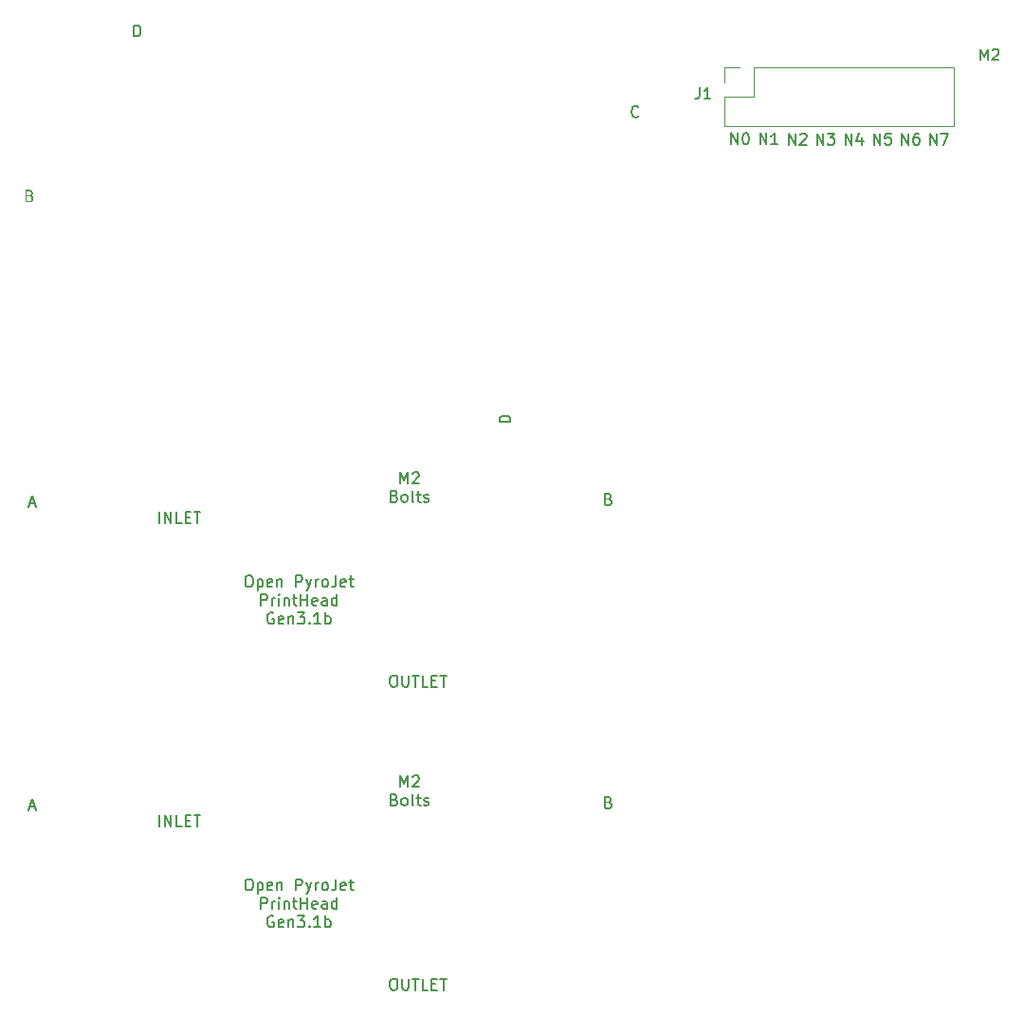
<source format=gto>
%MOIN*%
%OFA0B0*%
%FSLAX46Y46*%
%IPPOS*%
%LPD*%
%ADD10C,0.005905511811023622*%
%ADD11C,0.0047244094488188976*%
%ADD22C,0.005905511811023622*%
%ADD23C,0.005905511811023622*%
%ADD24C,0.005905511811023622*%
%ADD25C,0.005905511811023622*%
G01*
D10*
X0003210318Y0003159985D02*
X0003210318Y0003199355D01*
X0003232815Y0003159985D01*
X0003232815Y0003199355D01*
X0003247813Y0003199355D02*
X0003274060Y0003199355D01*
X0003257187Y0003159985D01*
X0003111318Y0003159985D02*
X0003111318Y0003199355D01*
X0003133815Y0003159985D01*
X0003133815Y0003199355D01*
X0003169436Y0003199355D02*
X0003161937Y0003199355D01*
X0003158187Y0003197480D01*
X0003156313Y0003195605D01*
X0003152563Y0003189981D01*
X0003150688Y0003182482D01*
X0003150688Y0003167484D01*
X0003152563Y0003163734D01*
X0003154438Y0003161859D01*
X0003158187Y0003159985D01*
X0003165686Y0003159985D01*
X0003169436Y0003161859D01*
X0003171311Y0003163734D01*
X0003173185Y0003167484D01*
X0003173185Y0003176857D01*
X0003171311Y0003180607D01*
X0003169436Y0003182482D01*
X0003165686Y0003184356D01*
X0003158187Y0003184356D01*
X0003154438Y0003182482D01*
X0003152563Y0003180607D01*
X0003150688Y0003176857D01*
X0003012318Y0003159985D02*
X0003012318Y0003199355D01*
X0003034815Y0003159985D01*
X0003034815Y0003199355D01*
X0003072311Y0003199355D02*
X0003053563Y0003199355D01*
X0003051688Y0003180607D01*
X0003053563Y0003182482D01*
X0003057313Y0003184356D01*
X0003066686Y0003184356D01*
X0003070436Y0003182482D01*
X0003072311Y0003180607D01*
X0003074185Y0003176857D01*
X0003074185Y0003167484D01*
X0003072311Y0003163734D01*
X0003070436Y0003161859D01*
X0003066686Y0003159985D01*
X0003057313Y0003159985D01*
X0003053563Y0003161859D01*
X0003051688Y0003163734D01*
X0002912318Y0003158985D02*
X0002912318Y0003198355D01*
X0002934815Y0003158985D01*
X0002934815Y0003198355D01*
X0002970436Y0003185231D02*
X0002970436Y0003158985D01*
X0002961062Y0003200229D02*
X0002951688Y0003172108D01*
X0002976060Y0003172108D01*
X0002812318Y0003159985D02*
X0002812318Y0003199355D01*
X0002834815Y0003159985D01*
X0002834815Y0003199355D01*
X0002849814Y0003199355D02*
X0002874185Y0003199355D01*
X0002861062Y0003184356D01*
X0002866686Y0003184356D01*
X0002870436Y0003182482D01*
X0002872311Y0003180607D01*
X0002874185Y0003176857D01*
X0002874185Y0003167484D01*
X0002872311Y0003163734D01*
X0002870436Y0003161859D01*
X0002866686Y0003159985D01*
X0002855438Y0003159985D01*
X0002851688Y0003161859D01*
X0002849814Y0003163734D01*
X0002714318Y0003159985D02*
X0002714318Y0003199355D01*
X0002736815Y0003159985D01*
X0002736815Y0003199355D01*
X0002753688Y0003195605D02*
X0002755563Y0003197480D01*
X0002759313Y0003199355D01*
X0002768686Y0003199355D01*
X0002772436Y0003197480D01*
X0002774311Y0003195605D01*
X0002776185Y0003191856D01*
X0002776185Y0003188106D01*
X0002774311Y0003182482D01*
X0002751814Y0003159985D01*
X0002776185Y0003159985D01*
X0002612318Y0003160985D02*
X0002612318Y0003200355D01*
X0002634815Y0003160985D01*
X0002634815Y0003200355D01*
X0002674185Y0003160985D02*
X0002651688Y0003160985D01*
X0002662937Y0003160985D02*
X0002662937Y0003200355D01*
X0002659187Y0003194730D01*
X0002655438Y0003190981D01*
X0002651688Y0003189106D01*
X0003386443Y0003456985D02*
X0003386443Y0003496355D01*
X0003399567Y0003468233D01*
X0003412690Y0003496355D01*
X0003412690Y0003456985D01*
X0003429563Y0003492605D02*
X0003431438Y0003494480D01*
X0003435187Y0003496355D01*
X0003444561Y0003496355D01*
X0003448311Y0003494480D01*
X0003450185Y0003492605D01*
X0003452060Y0003488855D01*
X0003452060Y0003485106D01*
X0003450185Y0003479482D01*
X0003427688Y0003456985D01*
X0003452060Y0003456985D01*
X0002511318Y0003160985D02*
X0002511318Y0003200355D01*
X0002533815Y0003160985D01*
X0002533815Y0003200355D01*
X0002560062Y0003200355D02*
X0002563812Y0003200355D01*
X0002567561Y0003198480D01*
X0002569436Y0003196605D01*
X0002571311Y0003192856D01*
X0002573185Y0003185356D01*
X0002573185Y0003175983D01*
X0002571311Y0003168484D01*
X0002569436Y0003164734D01*
X0002567561Y0003162859D01*
X0002563812Y0003160985D01*
X0002560062Y0003160985D01*
X0002556313Y0003162859D01*
X0002554438Y0003164734D01*
X0002552563Y0003168484D01*
X0002550688Y0003175983D01*
X0002550688Y0003185356D01*
X0002552563Y0003192856D01*
X0002554438Y0003196605D01*
X0002556313Y0003198480D01*
X0002560062Y0003200355D01*
X0002185500Y0003260234D02*
X0002183626Y0003258359D01*
X0002178001Y0003256485D01*
X0002174252Y0003256485D01*
X0002168628Y0003258359D01*
X0002164878Y0003262109D01*
X0002163003Y0003265858D01*
X0002161128Y0003273357D01*
X0002161128Y0003278982D01*
X0002163003Y0003286481D01*
X0002164878Y0003290230D01*
X0002168628Y0003293980D01*
X0002174252Y0003295855D01*
X0002178001Y0003295855D01*
X0002183626Y0003293980D01*
X0002185500Y0003292105D01*
D11*
X0002487952Y0003377795D02*
X0002487952Y0003430157D01*
X0002487952Y0003430157D02*
X0002540314Y0003430157D01*
X0002487952Y0003327795D02*
X0002590314Y0003327795D01*
X0002590314Y0003327795D02*
X0002590314Y0003430157D01*
X0002590314Y0003430157D02*
X0003292677Y0003430157D01*
X0003292677Y0003225433D02*
X0003292677Y0003430157D01*
X0002487952Y0003225433D02*
X0003292677Y0003225433D01*
X0002487952Y0003225433D02*
X0002487952Y0003327795D01*
D10*
X0002399191Y0003360355D02*
X0002399191Y0003332233D01*
X0002397316Y0003326609D01*
X0002393567Y0003322859D01*
X0002387942Y0003320985D01*
X0002384193Y0003320985D01*
X0002438561Y0003320985D02*
X0002416064Y0003320985D01*
X0002427313Y0003320985D02*
X0002427313Y0003360355D01*
X0002423563Y0003354730D01*
X0002419813Y0003350981D01*
X0002416064Y0003349106D01*
G04 next file*
G36*
X0002086300Y0000841700D02*
G01*
X0002087200Y0000841900D01*
X0002088000Y0000842300D01*
X0002088699Y0000843000D01*
X0002089100Y0000843800D01*
X0002089200Y0000844700D01*
X0002089100Y0000845600D01*
X0002088699Y0000846400D01*
X0002088000Y0000847100D01*
X0002087200Y0000847500D01*
X0002081600Y0000849400D01*
X0002080700Y0000849500D01*
X0002079699Y0000849400D01*
X0002078900Y0000849000D01*
X0002078300Y0000848300D01*
X0002077900Y0000847500D01*
X0002077700Y0000846600D01*
X0002077900Y0000845700D01*
X0002078300Y0000844800D01*
X0002078900Y0000844200D01*
X0002079699Y0000843800D01*
X0002085400Y0000841900D01*
X0002086300Y0000841700D01*
G37*
G36*
X0002088200Y0000839900D02*
G01*
X0002089100Y0000840000D01*
X0002089900Y0000840400D01*
X0002090500Y0000841100D01*
X0002091000Y0000841900D01*
X0002091100Y0000842800D01*
X0002091000Y0000843700D01*
X0002090500Y0000844500D01*
X0002088699Y0000846400D01*
X0002088000Y0000847100D01*
X0002087200Y0000847500D01*
X0002086300Y0000847600D01*
X0002085400Y0000847500D01*
X0002084600Y0000847100D01*
X0002083899Y0000846400D01*
X0002083500Y0000845600D01*
X0002083300Y0000844700D01*
X0002083500Y0000843800D01*
X0002083899Y0000843000D01*
X0002086399Y0000840400D01*
X0002087200Y0000840000D01*
X0002088200Y0000839900D01*
G37*
G36*
X0002089999Y0000836100D02*
G01*
X0002090900Y0000836300D01*
X0002091800Y0000836700D01*
X0002092400Y0000837300D01*
X0002092800Y0000838199D01*
X0002093000Y0000839100D01*
X0002092800Y0000840000D01*
X0002091000Y0000843700D01*
X0002090500Y0000844500D01*
X0002089900Y0000845200D01*
X0002089100Y0000845600D01*
X0002088200Y0000845800D01*
X0002087200Y0000845600D01*
X0002086399Y0000845200D01*
X0002085799Y0000844500D01*
X0002085400Y0000843700D01*
X0002085200Y0000842800D01*
X0002085400Y0000841900D01*
X0002087200Y0000838199D01*
X0002087600Y0000837300D01*
X0002088299Y0000836700D01*
X0002089100Y0000836300D01*
X0002089999Y0000836100D01*
G37*
G36*
X0002089999Y0000830500D02*
G01*
X0002090900Y0000830600D01*
X0002091800Y0000831100D01*
X0002092400Y0000831700D01*
X0002092800Y0000832500D01*
X0002093000Y0000833400D01*
X0002093000Y0000839100D01*
X0002092800Y0000840000D01*
X0002092400Y0000840800D01*
X0002091800Y0000841500D01*
X0002090900Y0000841900D01*
X0002089999Y0000842000D01*
X0002089100Y0000841900D01*
X0002088299Y0000841500D01*
X0002087600Y0000840800D01*
X0002087200Y0000840000D01*
X0002087100Y0000839100D01*
X0002087100Y0000833400D01*
X0002087200Y0000832500D01*
X0002087600Y0000831700D01*
X0002088299Y0000831100D01*
X0002089100Y0000830600D01*
X0002089999Y0000830500D01*
G37*
G36*
X0002088200Y0000826700D02*
G01*
X0002089100Y0000826900D01*
X0002089900Y0000827300D01*
X0002090500Y0000828000D01*
X0002091000Y0000828800D01*
X0002092800Y0000832500D01*
X0002092800Y0000832500D01*
X0002093000Y0000833400D01*
X0002092800Y0000834400D01*
X0002092400Y0000835200D01*
X0002091800Y0000835800D01*
X0002090900Y0000836200D01*
X0002089999Y0000836400D01*
X0002089100Y0000836200D01*
X0002088299Y0000835800D01*
X0002087600Y0000835200D01*
X0002087200Y0000834400D01*
X0002085400Y0000830600D01*
X0002085200Y0000829700D01*
X0002085400Y0000828800D01*
X0002085799Y0000828000D01*
X0002086399Y0000827300D01*
X0002087200Y0000826900D01*
X0002088200Y0000826700D01*
G37*
G36*
X0002086300Y0000824900D02*
G01*
X0002087200Y0000825000D01*
X0002088000Y0000825400D01*
X0002088699Y0000826099D01*
X0002090500Y0000828000D01*
X0002091000Y0000828800D01*
X0002091100Y0000829700D01*
X0002091000Y0000830600D01*
X0002090500Y0000831400D01*
X0002089900Y0000832099D01*
X0002089100Y0000832500D01*
X0002088200Y0000832600D01*
X0002087200Y0000832500D01*
X0002086399Y0000832099D01*
X0002085799Y0000831400D01*
X0002083899Y0000829600D01*
X0002083500Y0000828700D01*
X0002083300Y0000827800D01*
X0002083500Y0000826900D01*
X0002083899Y0000826099D01*
X0002084600Y0000825400D01*
X0002085400Y0000825000D01*
X0002086300Y0000824900D01*
G37*
G36*
X0002082500Y0000822999D02*
G01*
X0002083400Y0000823100D01*
X0002087200Y0000825000D01*
X0002088000Y0000825400D01*
X0002088699Y0000826099D01*
X0002089100Y0000826900D01*
X0002089200Y0000827800D01*
X0002089100Y0000828700D01*
X0002088699Y0000829600D01*
X0002088000Y0000830200D01*
X0002087200Y0000830600D01*
X0002086300Y0000830800D01*
X0002085400Y0000830600D01*
X0002081600Y0000828700D01*
X0002080800Y0000828300D01*
X0002080099Y0000827700D01*
X0002079699Y0000826900D01*
X0002079600Y0000825900D01*
X0002079699Y0000825000D01*
X0002080099Y0000824200D01*
X0002080800Y0000823600D01*
X0002081600Y0000823100D01*
X0002082500Y0000822999D01*
G37*
G36*
X0002082500Y0000822999D02*
G01*
X0002083400Y0000823100D01*
X0002084299Y0000823600D01*
X0002084900Y0000824200D01*
X0002085300Y0000825000D01*
X0002085500Y0000825900D01*
X0002085300Y0000826900D01*
X0002084900Y0000827700D01*
X0002084299Y0000828300D01*
X0002083400Y0000828700D01*
X0002082500Y0000828900D01*
X0002067500Y0000828900D01*
X0002066600Y0000828700D01*
X0002065799Y0000828300D01*
X0002065100Y0000827700D01*
X0002064700Y0000826900D01*
X0002064600Y0000825900D01*
X0002064700Y0000825000D01*
X0002065100Y0000824200D01*
X0002065799Y0000823600D01*
X0002066600Y0000823100D01*
X0002067500Y0000822999D01*
X0002082500Y0000822999D01*
G37*
G36*
X0002067500Y0000822999D02*
G01*
X0002068499Y0000823100D01*
X0002069300Y0000823600D01*
X0002069900Y0000824200D01*
X0002070300Y0000825000D01*
X0002070500Y0000825900D01*
X0002070500Y0000865300D01*
X0002070300Y0000866200D01*
X0002069900Y0000867000D01*
X0002069300Y0000867700D01*
X0002068499Y0000868100D01*
X0002067500Y0000868300D01*
X0002066600Y0000868100D01*
X0002065799Y0000867700D01*
X0002065100Y0000867000D01*
X0002064700Y0000866200D01*
X0002064600Y0000865300D01*
X0002064600Y0000825900D01*
X0002064700Y0000825000D01*
X0002065100Y0000824200D01*
X0002065799Y0000823600D01*
X0002066600Y0000823100D01*
X0002067500Y0000822999D01*
G37*
G36*
X0002080700Y0000862400D02*
G01*
X0002081600Y0000862500D01*
X0002082399Y0000862900D01*
X0002083100Y0000863600D01*
X0002083500Y0000864400D01*
X0002083600Y0000865300D01*
X0002083500Y0000866200D01*
X0002083100Y0000867000D01*
X0002082399Y0000867700D01*
X0002081600Y0000868100D01*
X0002080700Y0000868300D01*
X0002067500Y0000868300D01*
X0002066600Y0000868100D01*
X0002065799Y0000867700D01*
X0002065100Y0000867000D01*
X0002064700Y0000866200D01*
X0002064600Y0000865300D01*
X0002064700Y0000864400D01*
X0002065100Y0000863600D01*
X0002065799Y0000862900D01*
X0002066600Y0000862500D01*
X0002067500Y0000862400D01*
X0002080700Y0000862400D01*
G37*
G36*
X0002084400Y0000860500D02*
G01*
X0002085300Y0000860600D01*
X0002086100Y0000861000D01*
X0002086800Y0000861700D01*
X0002087200Y0000862500D01*
X0002087400Y0000863400D01*
X0002087200Y0000864300D01*
X0002086800Y0000865200D01*
X0002086100Y0000865800D01*
X0002085300Y0000866200D01*
X0002081600Y0000868100D01*
X0002080700Y0000868300D01*
X0002079699Y0000868100D01*
X0002078900Y0000867700D01*
X0002078300Y0000867000D01*
X0002077900Y0000866200D01*
X0002077700Y0000865300D01*
X0002077900Y0000864400D01*
X0002078300Y0000863600D01*
X0002078900Y0000862900D01*
X0002079699Y0000862500D01*
X0002083500Y0000860600D01*
X0002084400Y0000860500D01*
G37*
G36*
X0002086300Y0000858600D02*
G01*
X0002087200Y0000858800D01*
X0002088000Y0000859200D01*
X0002088699Y0000859800D01*
X0002089100Y0000860600D01*
X0002089200Y0000861600D01*
X0002089100Y0000862500D01*
X0002088699Y0000863300D01*
X0002088000Y0000863900D01*
X0002086800Y0000865200D01*
X0002086800Y0000865200D01*
X0002086100Y0000865800D01*
X0002085300Y0000866200D01*
X0002084400Y0000866400D01*
X0002083500Y0000866200D01*
X0002082700Y0000865800D01*
X0002081999Y0000865200D01*
X0002081600Y0000864300D01*
X0002081500Y0000863400D01*
X0002081600Y0000862500D01*
X0002081999Y0000861700D01*
X0002082700Y0000861000D01*
X0002083899Y0000859800D01*
X0002083899Y0000859800D01*
X0002084600Y0000859200D01*
X0002085400Y0000858800D01*
X0002086300Y0000858600D01*
G37*
G36*
X0002088200Y0000854900D02*
G01*
X0002089100Y0000855000D01*
X0002089900Y0000855400D01*
X0002090500Y0000856100D01*
X0002091000Y0000856900D01*
X0002091100Y0000857800D01*
X0002091000Y0000858700D01*
X0002089100Y0000862500D01*
X0002088699Y0000863300D01*
X0002088000Y0000863900D01*
X0002087200Y0000864400D01*
X0002086300Y0000864500D01*
X0002085400Y0000864400D01*
X0002084600Y0000863900D01*
X0002083899Y0000863300D01*
X0002083500Y0000862500D01*
X0002083300Y0000861600D01*
X0002083500Y0000860600D01*
X0002083500Y0000860600D01*
X0002085400Y0000856900D01*
X0002085799Y0000856100D01*
X0002086399Y0000855400D01*
X0002087200Y0000855000D01*
X0002088200Y0000854900D01*
G37*
G36*
X0002088200Y0000851100D02*
G01*
X0002089100Y0000851300D01*
X0002089900Y0000851700D01*
X0002090500Y0000852300D01*
X0002091000Y0000853100D01*
X0002091100Y0000854100D01*
X0002091100Y0000857800D01*
X0002091000Y0000858700D01*
X0002090500Y0000859500D01*
X0002089900Y0000860200D01*
X0002089100Y0000860600D01*
X0002088200Y0000860800D01*
X0002087200Y0000860600D01*
X0002086399Y0000860200D01*
X0002085799Y0000859500D01*
X0002085400Y0000858700D01*
X0002085200Y0000857800D01*
X0002085200Y0000854100D01*
X0002085400Y0000853100D01*
X0002085799Y0000852300D01*
X0002086399Y0000851700D01*
X0002087200Y0000851300D01*
X0002088200Y0000851100D01*
G37*
G36*
X0002086300Y0000847400D02*
G01*
X0002087200Y0000847500D01*
X0002088000Y0000847900D01*
X0002088699Y0000848600D01*
X0002089100Y0000849400D01*
X0002091000Y0000853100D01*
X0002091000Y0000853100D01*
X0002091100Y0000854100D01*
X0002091000Y0000855000D01*
X0002090500Y0000855800D01*
X0002089900Y0000856500D01*
X0002089100Y0000856900D01*
X0002088200Y0000857000D01*
X0002087200Y0000856900D01*
X0002086399Y0000856500D01*
X0002085799Y0000855800D01*
X0002085400Y0000855000D01*
X0002083500Y0000851200D01*
X0002083300Y0000850300D01*
X0002083500Y0000849400D01*
X0002083899Y0000848600D01*
X0002084600Y0000847900D01*
X0002085400Y0000847500D01*
X0002086300Y0000847400D01*
G37*
G36*
X0002084400Y0000845500D02*
G01*
X0002085300Y0000845600D01*
X0002086100Y0000846000D01*
X0002086800Y0000846700D01*
X0002088699Y0000848600D01*
X0002089100Y0000849400D01*
X0002089200Y0000850300D01*
X0002089100Y0000851200D01*
X0002088699Y0000852000D01*
X0002088000Y0000852700D01*
X0002087200Y0000853100D01*
X0002086300Y0000853300D01*
X0002085400Y0000853100D01*
X0002084600Y0000852700D01*
X0002083899Y0000852000D01*
X0002081999Y0000850200D01*
X0002081600Y0000849300D01*
X0002081500Y0000848400D01*
X0002081600Y0000847500D01*
X0002081999Y0000846700D01*
X0002082700Y0000846000D01*
X0002083500Y0000845600D01*
X0002084400Y0000845500D01*
G37*
G36*
X0002080700Y0000843600D02*
G01*
X0002081600Y0000843800D01*
X0002085300Y0000845600D01*
X0002086100Y0000846000D01*
X0002086800Y0000846700D01*
X0002087200Y0000847500D01*
X0002087400Y0000848400D01*
X0002087200Y0000849300D01*
X0002086800Y0000850200D01*
X0002086100Y0000850800D01*
X0002085300Y0000851200D01*
X0002084400Y0000851400D01*
X0002083500Y0000851200D01*
X0002079699Y0000849400D01*
X0002078900Y0000849000D01*
X0002078300Y0000848300D01*
X0002077900Y0000847500D01*
X0002077700Y0000846600D01*
X0002077900Y0000845700D01*
X0002078300Y0000844800D01*
X0002078900Y0000844200D01*
X0002079699Y0000843800D01*
X0002080700Y0000843600D01*
G37*
G36*
X0002080700Y0000843600D02*
G01*
X0002081600Y0000843800D01*
X0002082399Y0000844200D01*
X0002083100Y0000844800D01*
X0002083500Y0000845700D01*
X0002083600Y0000846600D01*
X0002083500Y0000847500D01*
X0002083100Y0000848300D01*
X0002082399Y0000849000D01*
X0002081600Y0000849400D01*
X0002080700Y0000849500D01*
X0002067500Y0000849500D01*
X0002066600Y0000849400D01*
X0002065799Y0000849000D01*
X0002065100Y0000848300D01*
X0002064700Y0000847500D01*
X0002064600Y0000846600D01*
X0002064700Y0000845700D01*
X0002065100Y0000844800D01*
X0002065799Y0000844200D01*
X0002066600Y0000843800D01*
X0002067500Y0000843600D01*
X0002080700Y0000843600D01*
G37*
G04 next file*
G04 #@! TF.GenerationSoftware,KiCad,Pcbnew,(5.1.12)-1*
G04 #@! TF.CreationDate,2022-03-29T21:33:58+08:00*
G04 #@! TF.ProjectId,Nozzle,4e6f7a7a-6c65-42e6-9b69-6361645f7063,Gen3.1b*
G04 #@! TF.SameCoordinates,Original*
G04 #@! TF.FileFunction,Legend,Top*
G04 #@! TF.FilePolarity,Positive*
G04 Gerber Fmt 4.6, Leading zero omitted, Abs format (unit mm)*
G04 Created by KiCad (PCBNEW (5.1.12)-1) date 2022-03-29 21:33:58*
G01*
G04 APERTURE LIST*
G04 APERTURE END LIST*
D22*
X0000412129Y0003540599D02*
X0000412129Y0003579969D01*
X0000421503Y0003579969D01*
X0000427127Y0003578094D01*
X0000430877Y0003574344D01*
X0000432752Y0003570595D01*
X0000434626Y0003563096D01*
X0000434626Y0003557472D01*
X0000432752Y0003549973D01*
X0000430877Y0003546223D01*
X0000427127Y0003542473D01*
X0000421503Y0003540599D01*
X0000412129Y0003540599D01*
G04 next file*
G04 #@! TF.GenerationSoftware,KiCad,Pcbnew,(5.1.12)-1*
G04 #@! TF.CreationDate,2022-04-03T11:03:18+08:00*
G04 #@! TF.ProjectId,Nozzle,4e6f7a7a-6c65-42e6-9b69-6361645f7063,Gen3.1b*
G04 #@! TF.SameCoordinates,Original*
G04 #@! TF.FileFunction,Legend,Top*
G04 #@! TF.FilePolarity,Positive*
G04 Gerber Fmt 4.6, Leading zero omitted, Abs format (unit mm)*
G04 Created by KiCad (PCBNEW (5.1.12)-1) date 2022-04-03 11:03:18*
G01*
G04 APERTURE LIST*
G04 APERTURE END LIST*
D23*
X0000043778Y0000830627D02*
X0000062526Y0000830627D01*
X0000040029Y0000819379D02*
X0000053152Y0000858749D01*
X0000066275Y0000819379D01*
X0000812112Y0000576709D02*
X0000819611Y0000576709D01*
X0000823361Y0000574835D01*
X0000827110Y0000571085D01*
X0000828985Y0000563586D01*
X0000828985Y0000550463D01*
X0000827110Y0000542964D01*
X0000823361Y0000539214D01*
X0000819611Y0000537339D01*
X0000812112Y0000537339D01*
X0000808362Y0000539214D01*
X0000804613Y0000542964D01*
X0000802738Y0000550463D01*
X0000802738Y0000563586D01*
X0000804613Y0000571085D01*
X0000808362Y0000574835D01*
X0000812112Y0000576709D01*
X0000845858Y0000563586D02*
X0000845858Y0000524216D01*
X0000845858Y0000561711D02*
X0000849607Y0000563586D01*
X0000857106Y0000563586D01*
X0000860856Y0000561711D01*
X0000862731Y0000559837D01*
X0000864605Y0000556087D01*
X0000864605Y0000544838D01*
X0000862731Y0000541089D01*
X0000860856Y0000539214D01*
X0000857106Y0000537339D01*
X0000849607Y0000537339D01*
X0000845858Y0000539214D01*
X0000896476Y0000539214D02*
X0000892727Y0000537339D01*
X0000885228Y0000537339D01*
X0000881478Y0000539214D01*
X0000879603Y0000542964D01*
X0000879603Y0000557962D01*
X0000881478Y0000561711D01*
X0000885228Y0000563586D01*
X0000892727Y0000563586D01*
X0000896476Y0000561711D01*
X0000898351Y0000557962D01*
X0000898351Y0000554212D01*
X0000879603Y0000550463D01*
X0000915224Y0000563586D02*
X0000915224Y0000537339D01*
X0000915224Y0000559837D02*
X0000917099Y0000561711D01*
X0000920848Y0000563586D01*
X0000926473Y0000563586D01*
X0000930222Y0000561711D01*
X0000932097Y0000557962D01*
X0000932097Y0000537339D01*
X0000980841Y0000537339D02*
X0000980841Y0000576709D01*
X0000995839Y0000576709D01*
X0000999588Y0000574835D01*
X0001001463Y0000572960D01*
X0001003338Y0000569210D01*
X0001003338Y0000563586D01*
X0001001463Y0000559837D01*
X0000999588Y0000557962D01*
X0000995839Y0000556087D01*
X0000980841Y0000556087D01*
X0001016461Y0000563586D02*
X0001025835Y0000537339D01*
X0001035209Y0000563586D02*
X0001025835Y0000537339D01*
X0001022086Y0000527965D01*
X0001020211Y0000526091D01*
X0001016461Y0000524216D01*
X0001050207Y0000537339D02*
X0001050207Y0000563586D01*
X0001050207Y0000556087D02*
X0001052082Y0000559837D01*
X0001053957Y0000561711D01*
X0001057706Y0000563586D01*
X0001061456Y0000563586D01*
X0001080203Y0000537339D02*
X0001076454Y0000539214D01*
X0001074579Y0000541089D01*
X0001072704Y0000544838D01*
X0001072704Y0000556087D01*
X0001074579Y0000559837D01*
X0001076454Y0000561711D01*
X0001080203Y0000563586D01*
X0001085828Y0000563586D01*
X0001089577Y0000561711D01*
X0001091452Y0000559837D01*
X0001093327Y0000556087D01*
X0001093327Y0000544838D01*
X0001091452Y0000541089D01*
X0001089577Y0000539214D01*
X0001085828Y0000537339D01*
X0001080203Y0000537339D01*
X0001121448Y0000576709D02*
X0001121448Y0000548588D01*
X0001119573Y0000542964D01*
X0001115824Y0000539214D01*
X0001110200Y0000537339D01*
X0001106450Y0000537339D01*
X0001155194Y0000539214D02*
X0001151445Y0000537339D01*
X0001143945Y0000537339D01*
X0001140196Y0000539214D01*
X0001138321Y0000542964D01*
X0001138321Y0000557962D01*
X0001140196Y0000561711D01*
X0001143945Y0000563586D01*
X0001151445Y0000563586D01*
X0001155194Y0000561711D01*
X0001157069Y0000557962D01*
X0001157069Y0000554212D01*
X0001138321Y0000550463D01*
X0001168317Y0000563586D02*
X0001183316Y0000563586D01*
X0001173942Y0000576709D02*
X0001173942Y0000542964D01*
X0001175816Y0000539214D01*
X0001179566Y0000537339D01*
X0001183316Y0000537339D01*
X0000857106Y0000472379D02*
X0000857106Y0000511749D01*
X0000872104Y0000511749D01*
X0000875854Y0000509874D01*
X0000877729Y0000507999D01*
X0000879603Y0000504250D01*
X0000879603Y0000498625D01*
X0000877729Y0000494876D01*
X0000875854Y0000493001D01*
X0000872104Y0000491126D01*
X0000857106Y0000491126D01*
X0000896476Y0000472379D02*
X0000896476Y0000498625D01*
X0000896476Y0000491126D02*
X0000898351Y0000494876D01*
X0000900226Y0000496751D01*
X0000903975Y0000498625D01*
X0000907725Y0000498625D01*
X0000920848Y0000472379D02*
X0000920848Y0000498625D01*
X0000920848Y0000511749D02*
X0000918974Y0000509874D01*
X0000920848Y0000507999D01*
X0000922723Y0000509874D01*
X0000920848Y0000511749D01*
X0000920848Y0000507999D01*
X0000939596Y0000498625D02*
X0000939596Y0000472379D01*
X0000939596Y0000494876D02*
X0000941471Y0000496751D01*
X0000945220Y0000498625D01*
X0000950845Y0000498625D01*
X0000954594Y0000496751D01*
X0000956469Y0000493001D01*
X0000956469Y0000472379D01*
X0000969592Y0000498625D02*
X0000984590Y0000498625D01*
X0000975217Y0000511749D02*
X0000975217Y0000478003D01*
X0000977091Y0000474253D01*
X0000980841Y0000472379D01*
X0000984590Y0000472379D01*
X0000997714Y0000472379D02*
X0000997714Y0000511749D01*
X0000997714Y0000493001D02*
X0001020211Y0000493001D01*
X0001020211Y0000472379D02*
X0001020211Y0000511749D01*
X0001053957Y0000474253D02*
X0001050207Y0000472379D01*
X0001042708Y0000472379D01*
X0001038959Y0000474253D01*
X0001037084Y0000478003D01*
X0001037084Y0000493001D01*
X0001038959Y0000496751D01*
X0001042708Y0000498625D01*
X0001050207Y0000498625D01*
X0001053957Y0000496751D01*
X0001055831Y0000493001D01*
X0001055831Y0000489252D01*
X0001037084Y0000485502D01*
X0001089577Y0000472379D02*
X0001089577Y0000493001D01*
X0001087702Y0000496751D01*
X0001083953Y0000498625D01*
X0001076454Y0000498625D01*
X0001072704Y0000496751D01*
X0001089577Y0000474253D02*
X0001085828Y0000472379D01*
X0001076454Y0000472379D01*
X0001072704Y0000474253D01*
X0001070830Y0000478003D01*
X0001070830Y0000481753D01*
X0001072704Y0000485502D01*
X0001076454Y0000487377D01*
X0001085828Y0000487377D01*
X0001089577Y0000489252D01*
X0001125198Y0000472379D02*
X0001125198Y0000511749D01*
X0001125198Y0000474253D02*
X0001121448Y0000472379D01*
X0001113949Y0000472379D01*
X0001110200Y0000474253D01*
X0001108325Y0000476128D01*
X0001106450Y0000479878D01*
X0001106450Y0000491126D01*
X0001108325Y0000494876D01*
X0001110200Y0000496751D01*
X0001113949Y0000498625D01*
X0001121448Y0000498625D01*
X0001125198Y0000496751D01*
X0000902101Y0000444913D02*
X0000898351Y0000446788D01*
X0000892727Y0000446788D01*
X0000887103Y0000444913D01*
X0000883353Y0000441164D01*
X0000881478Y0000437414D01*
X0000879603Y0000429915D01*
X0000879603Y0000424291D01*
X0000881478Y0000416792D01*
X0000883353Y0000413042D01*
X0000887103Y0000409293D01*
X0000892727Y0000407418D01*
X0000896476Y0000407418D01*
X0000902101Y0000409293D01*
X0000903975Y0000411168D01*
X0000903975Y0000424291D01*
X0000896476Y0000424291D01*
X0000935846Y0000409293D02*
X0000932097Y0000407418D01*
X0000924598Y0000407418D01*
X0000920848Y0000409293D01*
X0000918974Y0000413042D01*
X0000918974Y0000428040D01*
X0000920848Y0000431790D01*
X0000924598Y0000433665D01*
X0000932097Y0000433665D01*
X0000935846Y0000431790D01*
X0000937721Y0000428040D01*
X0000937721Y0000424291D01*
X0000918974Y0000420541D01*
X0000954594Y0000433665D02*
X0000954594Y0000407418D01*
X0000954594Y0000429915D02*
X0000956469Y0000431790D01*
X0000960218Y0000433665D01*
X0000965843Y0000433665D01*
X0000969592Y0000431790D01*
X0000971467Y0000428040D01*
X0000971467Y0000407418D01*
X0000986465Y0000446788D02*
X0001010837Y0000446788D01*
X0000997714Y0000431790D01*
X0001003338Y0000431790D01*
X0001007088Y0000429915D01*
X0001008962Y0000428040D01*
X0001010837Y0000424291D01*
X0001010837Y0000414917D01*
X0001008962Y0000411168D01*
X0001007088Y0000409293D01*
X0001003338Y0000407418D01*
X0000992089Y0000407418D01*
X0000988340Y0000409293D01*
X0000986465Y0000411168D01*
X0001027710Y0000411168D02*
X0001029585Y0000409293D01*
X0001027710Y0000407418D01*
X0001025835Y0000409293D01*
X0001027710Y0000411168D01*
X0001027710Y0000407418D01*
X0001067080Y0000407418D02*
X0001044583Y0000407418D01*
X0001055831Y0000407418D02*
X0001055831Y0000446788D01*
X0001052082Y0000441164D01*
X0001048332Y0000437414D01*
X0001044583Y0000435540D01*
X0001083953Y0000407418D02*
X0001083953Y0000446788D01*
X0001083953Y0000431790D02*
X0001087702Y0000433665D01*
X0001095202Y0000433665D01*
X0001098951Y0000431790D01*
X0001100826Y0000429915D01*
X0001102701Y0000426166D01*
X0001102701Y0000414917D01*
X0001100826Y0000411168D01*
X0001098951Y0000409293D01*
X0001095202Y0000407418D01*
X0001087702Y0000407418D01*
X0001083953Y0000409293D01*
X0001348281Y0000900859D02*
X0001348281Y0000940229D01*
X0001361404Y0000912108D01*
X0001374528Y0000940229D01*
X0001374528Y0000900859D01*
X0001391401Y0000936480D02*
X0001393275Y0000938354D01*
X0001397025Y0000940229D01*
X0001406399Y0000940229D01*
X0001410148Y0000938354D01*
X0001412023Y0000936480D01*
X0001413898Y0000932730D01*
X0001413898Y0000928980D01*
X0001412023Y0000923356D01*
X0001389526Y0000900859D01*
X0001413898Y0000900859D01*
X0001327659Y0000856521D02*
X0001333283Y0000854646D01*
X0001335158Y0000852771D01*
X0001337032Y0000849022D01*
X0001337032Y0000843397D01*
X0001335158Y0000839648D01*
X0001333283Y0000837773D01*
X0001329533Y0000835898D01*
X0001314535Y0000835898D01*
X0001314535Y0000875268D01*
X0001327659Y0000875268D01*
X0001331408Y0000873394D01*
X0001333283Y0000871519D01*
X0001335158Y0000867769D01*
X0001335158Y0000864020D01*
X0001333283Y0000860270D01*
X0001331408Y0000858396D01*
X0001327659Y0000856521D01*
X0001314535Y0000856521D01*
X0001359530Y0000835898D02*
X0001355780Y0000837773D01*
X0001353905Y0000839648D01*
X0001352031Y0000843397D01*
X0001352031Y0000854646D01*
X0001353905Y0000858396D01*
X0001355780Y0000860270D01*
X0001359530Y0000862145D01*
X0001365154Y0000862145D01*
X0001368903Y0000860270D01*
X0001370778Y0000858396D01*
X0001372653Y0000854646D01*
X0001372653Y0000843397D01*
X0001370778Y0000839648D01*
X0001368903Y0000837773D01*
X0001365154Y0000835898D01*
X0001359530Y0000835898D01*
X0001395150Y0000835898D02*
X0001391401Y0000837773D01*
X0001389526Y0000841523D01*
X0001389526Y0000875268D01*
X0001404524Y0000862145D02*
X0001419522Y0000862145D01*
X0001410148Y0000875268D02*
X0001410148Y0000841523D01*
X0001412023Y0000837773D01*
X0001415773Y0000835898D01*
X0001419522Y0000835898D01*
X0001430771Y0000837773D02*
X0001434520Y0000835898D01*
X0001442019Y0000835898D01*
X0001445769Y0000837773D01*
X0001447644Y0000841523D01*
X0001447644Y0000843397D01*
X0001445769Y0000847147D01*
X0001442019Y0000849022D01*
X0001436395Y0000849022D01*
X0001432645Y0000850897D01*
X0001430771Y0000854646D01*
X0001430771Y0000856521D01*
X0001432645Y0000860270D01*
X0001436395Y0000862145D01*
X0001442019Y0000862145D01*
X0001445769Y0000860270D01*
X0001321038Y0000225749D02*
X0001328537Y0000225749D01*
X0001332287Y0000223874D01*
X0001336036Y0000220124D01*
X0001337911Y0000212625D01*
X0001337911Y0000199502D01*
X0001336036Y0000192003D01*
X0001332287Y0000188253D01*
X0001328537Y0000186379D01*
X0001321038Y0000186379D01*
X0001317289Y0000188253D01*
X0001313539Y0000192003D01*
X0001311664Y0000199502D01*
X0001311664Y0000212625D01*
X0001313539Y0000220124D01*
X0001317289Y0000223874D01*
X0001321038Y0000225749D01*
X0001354784Y0000225749D02*
X0001354784Y0000193878D01*
X0001356659Y0000190128D01*
X0001358533Y0000188253D01*
X0001362283Y0000186379D01*
X0001369782Y0000186379D01*
X0001373532Y0000188253D01*
X0001375406Y0000190128D01*
X0001377281Y0000193878D01*
X0001377281Y0000225749D01*
X0001390404Y0000225749D02*
X0001412902Y0000225749D01*
X0001401653Y0000186379D02*
X0001401653Y0000225749D01*
X0001444773Y0000186379D02*
X0001426025Y0000186379D01*
X0001426025Y0000225749D01*
X0001457896Y0000207001D02*
X0001471019Y0000207001D01*
X0001476644Y0000186379D02*
X0001457896Y0000186379D01*
X0001457896Y0000225749D01*
X0001476644Y0000225749D01*
X0001487892Y0000225749D02*
X0001510389Y0000225749D01*
X0001499141Y0000186379D02*
X0001499141Y0000225749D01*
X0000500786Y0000761379D02*
X0000500786Y0000800749D01*
X0000519533Y0000761379D02*
X0000519533Y0000800749D01*
X0000542031Y0000761379D01*
X0000542031Y0000800749D01*
X0000579526Y0000761379D02*
X0000560778Y0000761379D01*
X0000560778Y0000800749D01*
X0000592649Y0000782001D02*
X0000605773Y0000782001D01*
X0000611397Y0000761379D02*
X0000592649Y0000761379D01*
X0000592649Y0000800749D01*
X0000611397Y0000800749D01*
X0000622645Y0000800749D02*
X0000645143Y0000800749D01*
X0000633894Y0000761379D02*
X0000633894Y0000800749D01*
G04 next file*
G04 #@! TF.GenerationSoftware,KiCad,Pcbnew,(5.1.12)-1*
G04 #@! TF.CreationDate,2022-03-29T21:33:58+08:00*
G04 #@! TF.ProjectId,Nozzle,4e6f7a7a-6c65-42e6-9b69-6361645f7063,Gen3.1b*
G04 #@! TF.SameCoordinates,Original*
G04 #@! TF.FileFunction,Legend,Top*
G04 #@! TF.FilePolarity,Positive*
G04 Gerber Fmt 4.6, Leading zero omitted, Abs format (unit mm)*
G04 Created by KiCad (PCBNEW (5.1.12)-1) date 2022-03-29 21:33:58*
G01*
G04 APERTURE LIST*
G04 APERTURE END LIST*
D24*
X0001734991Y0002183783D02*
X0001695621Y0002183783D01*
X0001695621Y0002193157D01*
X0001697496Y0002198781D01*
X0001701245Y0002202530D01*
X0001704995Y0002204405D01*
X0001712494Y0002206280D01*
X0001718118Y0002206280D01*
X0001725617Y0002204405D01*
X0001729367Y0002202530D01*
X0001733116Y0002198781D01*
X0001734991Y0002193157D01*
X0001734991Y0002183783D01*
G04 next file*
G04 #@! TF.GenerationSoftware,KiCad,Pcbnew,(5.1.12)-1*
G04 #@! TF.CreationDate,2022-04-03T11:03:18+08:00*
G04 #@! TF.ProjectId,Nozzle,4e6f7a7a-6c65-42e6-9b69-6361645f7063,Gen3.1b*
G04 #@! TF.SameCoordinates,Original*
G04 #@! TF.FileFunction,Legend,Top*
G04 #@! TF.FilePolarity,Positive*
G04 Gerber Fmt 4.6, Leading zero omitted, Abs format (unit mm)*
G04 Created by KiCad (PCBNEW (5.1.12)-1) date 2022-04-03 11:03:18*
G01*
G04 APERTURE LIST*
G04 APERTURE END LIST*
D25*
X0000043778Y0001897557D02*
X0000062526Y0001897557D01*
X0000040029Y0001886309D02*
X0000053152Y0001925679D01*
X0000066275Y0001886309D01*
X0000812112Y0001643639D02*
X0000819611Y0001643639D01*
X0000823361Y0001641765D01*
X0000827110Y0001638015D01*
X0000828985Y0001630516D01*
X0000828985Y0001617393D01*
X0000827110Y0001609894D01*
X0000823361Y0001606144D01*
X0000819611Y0001604269D01*
X0000812112Y0001604269D01*
X0000808362Y0001606144D01*
X0000804613Y0001609894D01*
X0000802738Y0001617393D01*
X0000802738Y0001630516D01*
X0000804613Y0001638015D01*
X0000808362Y0001641765D01*
X0000812112Y0001643639D01*
X0000845858Y0001630516D02*
X0000845858Y0001591146D01*
X0000845858Y0001628641D02*
X0000849607Y0001630516D01*
X0000857106Y0001630516D01*
X0000860856Y0001628641D01*
X0000862731Y0001626767D01*
X0000864605Y0001623017D01*
X0000864605Y0001611768D01*
X0000862731Y0001608019D01*
X0000860856Y0001606144D01*
X0000857106Y0001604269D01*
X0000849607Y0001604269D01*
X0000845858Y0001606144D01*
X0000896476Y0001606144D02*
X0000892727Y0001604269D01*
X0000885228Y0001604269D01*
X0000881478Y0001606144D01*
X0000879603Y0001609894D01*
X0000879603Y0001624892D01*
X0000881478Y0001628641D01*
X0000885228Y0001630516D01*
X0000892727Y0001630516D01*
X0000896476Y0001628641D01*
X0000898351Y0001624892D01*
X0000898351Y0001621142D01*
X0000879603Y0001617393D01*
X0000915224Y0001630516D02*
X0000915224Y0001604269D01*
X0000915224Y0001626767D02*
X0000917099Y0001628641D01*
X0000920848Y0001630516D01*
X0000926473Y0001630516D01*
X0000930222Y0001628641D01*
X0000932097Y0001624892D01*
X0000932097Y0001604269D01*
X0000980841Y0001604269D02*
X0000980841Y0001643639D01*
X0000995839Y0001643639D01*
X0000999588Y0001641765D01*
X0001001463Y0001639890D01*
X0001003338Y0001636140D01*
X0001003338Y0001630516D01*
X0001001463Y0001626767D01*
X0000999588Y0001624892D01*
X0000995839Y0001623017D01*
X0000980841Y0001623017D01*
X0001016461Y0001630516D02*
X0001025835Y0001604269D01*
X0001035209Y0001630516D02*
X0001025835Y0001604269D01*
X0001022086Y0001594895D01*
X0001020211Y0001593021D01*
X0001016461Y0001591146D01*
X0001050207Y0001604269D02*
X0001050207Y0001630516D01*
X0001050207Y0001623017D02*
X0001052082Y0001626767D01*
X0001053957Y0001628641D01*
X0001057706Y0001630516D01*
X0001061456Y0001630516D01*
X0001080203Y0001604269D02*
X0001076454Y0001606144D01*
X0001074579Y0001608019D01*
X0001072704Y0001611768D01*
X0001072704Y0001623017D01*
X0001074579Y0001626767D01*
X0001076454Y0001628641D01*
X0001080203Y0001630516D01*
X0001085828Y0001630516D01*
X0001089577Y0001628641D01*
X0001091452Y0001626767D01*
X0001093327Y0001623017D01*
X0001093327Y0001611768D01*
X0001091452Y0001608019D01*
X0001089577Y0001606144D01*
X0001085828Y0001604269D01*
X0001080203Y0001604269D01*
X0001121448Y0001643639D02*
X0001121448Y0001615518D01*
X0001119573Y0001609894D01*
X0001115824Y0001606144D01*
X0001110200Y0001604269D01*
X0001106450Y0001604269D01*
X0001155194Y0001606144D02*
X0001151445Y0001604269D01*
X0001143945Y0001604269D01*
X0001140196Y0001606144D01*
X0001138321Y0001609894D01*
X0001138321Y0001624892D01*
X0001140196Y0001628641D01*
X0001143945Y0001630516D01*
X0001151445Y0001630516D01*
X0001155194Y0001628641D01*
X0001157069Y0001624892D01*
X0001157069Y0001621142D01*
X0001138321Y0001617393D01*
X0001168317Y0001630516D02*
X0001183316Y0001630516D01*
X0001173942Y0001643639D02*
X0001173942Y0001609894D01*
X0001175816Y0001606144D01*
X0001179566Y0001604269D01*
X0001183316Y0001604269D01*
X0000857106Y0001539309D02*
X0000857106Y0001578679D01*
X0000872104Y0001578679D01*
X0000875854Y0001576804D01*
X0000877729Y0001574929D01*
X0000879603Y0001571180D01*
X0000879603Y0001565555D01*
X0000877729Y0001561806D01*
X0000875854Y0001559931D01*
X0000872104Y0001558056D01*
X0000857106Y0001558056D01*
X0000896476Y0001539309D02*
X0000896476Y0001565555D01*
X0000896476Y0001558056D02*
X0000898351Y0001561806D01*
X0000900226Y0001563681D01*
X0000903975Y0001565555D01*
X0000907725Y0001565555D01*
X0000920848Y0001539309D02*
X0000920848Y0001565555D01*
X0000920848Y0001578679D02*
X0000918974Y0001576804D01*
X0000920848Y0001574929D01*
X0000922723Y0001576804D01*
X0000920848Y0001578679D01*
X0000920848Y0001574929D01*
X0000939596Y0001565555D02*
X0000939596Y0001539309D01*
X0000939596Y0001561806D02*
X0000941471Y0001563681D01*
X0000945220Y0001565555D01*
X0000950845Y0001565555D01*
X0000954594Y0001563681D01*
X0000956469Y0001559931D01*
X0000956469Y0001539309D01*
X0000969592Y0001565555D02*
X0000984590Y0001565555D01*
X0000975217Y0001578679D02*
X0000975217Y0001544933D01*
X0000977091Y0001541183D01*
X0000980841Y0001539309D01*
X0000984590Y0001539309D01*
X0000997714Y0001539309D02*
X0000997714Y0001578679D01*
X0000997714Y0001559931D02*
X0001020211Y0001559931D01*
X0001020211Y0001539309D02*
X0001020211Y0001578679D01*
X0001053957Y0001541183D02*
X0001050207Y0001539309D01*
X0001042708Y0001539309D01*
X0001038959Y0001541183D01*
X0001037084Y0001544933D01*
X0001037084Y0001559931D01*
X0001038959Y0001563681D01*
X0001042708Y0001565555D01*
X0001050207Y0001565555D01*
X0001053957Y0001563681D01*
X0001055831Y0001559931D01*
X0001055831Y0001556182D01*
X0001037084Y0001552432D01*
X0001089577Y0001539309D02*
X0001089577Y0001559931D01*
X0001087702Y0001563681D01*
X0001083953Y0001565555D01*
X0001076454Y0001565555D01*
X0001072704Y0001563681D01*
X0001089577Y0001541183D02*
X0001085828Y0001539309D01*
X0001076454Y0001539309D01*
X0001072704Y0001541183D01*
X0001070830Y0001544933D01*
X0001070830Y0001548683D01*
X0001072704Y0001552432D01*
X0001076454Y0001554307D01*
X0001085828Y0001554307D01*
X0001089577Y0001556182D01*
X0001125198Y0001539309D02*
X0001125198Y0001578679D01*
X0001125198Y0001541183D02*
X0001121448Y0001539309D01*
X0001113949Y0001539309D01*
X0001110200Y0001541183D01*
X0001108325Y0001543058D01*
X0001106450Y0001546808D01*
X0001106450Y0001558056D01*
X0001108325Y0001561806D01*
X0001110200Y0001563681D01*
X0001113949Y0001565555D01*
X0001121448Y0001565555D01*
X0001125198Y0001563681D01*
X0000902101Y0001511843D02*
X0000898351Y0001513718D01*
X0000892727Y0001513718D01*
X0000887103Y0001511843D01*
X0000883353Y0001508094D01*
X0000881478Y0001504344D01*
X0000879603Y0001496845D01*
X0000879603Y0001491221D01*
X0000881478Y0001483722D01*
X0000883353Y0001479972D01*
X0000887103Y0001476223D01*
X0000892727Y0001474348D01*
X0000896476Y0001474348D01*
X0000902101Y0001476223D01*
X0000903975Y0001478098D01*
X0000903975Y0001491221D01*
X0000896476Y0001491221D01*
X0000935846Y0001476223D02*
X0000932097Y0001474348D01*
X0000924598Y0001474348D01*
X0000920848Y0001476223D01*
X0000918974Y0001479972D01*
X0000918974Y0001494970D01*
X0000920848Y0001498720D01*
X0000924598Y0001500595D01*
X0000932097Y0001500595D01*
X0000935846Y0001498720D01*
X0000937721Y0001494970D01*
X0000937721Y0001491221D01*
X0000918974Y0001487471D01*
X0000954594Y0001500595D02*
X0000954594Y0001474348D01*
X0000954594Y0001496845D02*
X0000956469Y0001498720D01*
X0000960218Y0001500595D01*
X0000965843Y0001500595D01*
X0000969592Y0001498720D01*
X0000971467Y0001494970D01*
X0000971467Y0001474348D01*
X0000986465Y0001513718D02*
X0001010837Y0001513718D01*
X0000997714Y0001498720D01*
X0001003338Y0001498720D01*
X0001007088Y0001496845D01*
X0001008962Y0001494970D01*
X0001010837Y0001491221D01*
X0001010837Y0001481847D01*
X0001008962Y0001478098D01*
X0001007088Y0001476223D01*
X0001003338Y0001474348D01*
X0000992089Y0001474348D01*
X0000988340Y0001476223D01*
X0000986465Y0001478098D01*
X0001027710Y0001478098D02*
X0001029585Y0001476223D01*
X0001027710Y0001474348D01*
X0001025835Y0001476223D01*
X0001027710Y0001478098D01*
X0001027710Y0001474348D01*
X0001067080Y0001474348D02*
X0001044583Y0001474348D01*
X0001055831Y0001474348D02*
X0001055831Y0001513718D01*
X0001052082Y0001508094D01*
X0001048332Y0001504344D01*
X0001044583Y0001502470D01*
X0001083953Y0001474348D02*
X0001083953Y0001513718D01*
X0001083953Y0001498720D02*
X0001087702Y0001500595D01*
X0001095202Y0001500595D01*
X0001098951Y0001498720D01*
X0001100826Y0001496845D01*
X0001102701Y0001493096D01*
X0001102701Y0001481847D01*
X0001100826Y0001478098D01*
X0001098951Y0001476223D01*
X0001095202Y0001474348D01*
X0001087702Y0001474348D01*
X0001083953Y0001476223D01*
X0001348281Y0001967789D02*
X0001348281Y0002007159D01*
X0001361404Y0001979038D01*
X0001374528Y0002007159D01*
X0001374528Y0001967789D01*
X0001391401Y0002003410D02*
X0001393275Y0002005284D01*
X0001397025Y0002007159D01*
X0001406399Y0002007159D01*
X0001410148Y0002005284D01*
X0001412023Y0002003410D01*
X0001413898Y0001999660D01*
X0001413898Y0001995910D01*
X0001412023Y0001990286D01*
X0001389526Y0001967789D01*
X0001413898Y0001967789D01*
X0001327659Y0001923451D02*
X0001333283Y0001921576D01*
X0001335158Y0001919701D01*
X0001337032Y0001915952D01*
X0001337032Y0001910327D01*
X0001335158Y0001906578D01*
X0001333283Y0001904703D01*
X0001329533Y0001902828D01*
X0001314535Y0001902828D01*
X0001314535Y0001942198D01*
X0001327659Y0001942198D01*
X0001331408Y0001940324D01*
X0001333283Y0001938449D01*
X0001335158Y0001934699D01*
X0001335158Y0001930950D01*
X0001333283Y0001927200D01*
X0001331408Y0001925326D01*
X0001327659Y0001923451D01*
X0001314535Y0001923451D01*
X0001359530Y0001902828D02*
X0001355780Y0001904703D01*
X0001353905Y0001906578D01*
X0001352031Y0001910327D01*
X0001352031Y0001921576D01*
X0001353905Y0001925326D01*
X0001355780Y0001927200D01*
X0001359530Y0001929075D01*
X0001365154Y0001929075D01*
X0001368903Y0001927200D01*
X0001370778Y0001925326D01*
X0001372653Y0001921576D01*
X0001372653Y0001910327D01*
X0001370778Y0001906578D01*
X0001368903Y0001904703D01*
X0001365154Y0001902828D01*
X0001359530Y0001902828D01*
X0001395150Y0001902828D02*
X0001391401Y0001904703D01*
X0001389526Y0001908453D01*
X0001389526Y0001942198D01*
X0001404524Y0001929075D02*
X0001419522Y0001929075D01*
X0001410148Y0001942198D02*
X0001410148Y0001908453D01*
X0001412023Y0001904703D01*
X0001415773Y0001902828D01*
X0001419522Y0001902828D01*
X0001430771Y0001904703D02*
X0001434520Y0001902828D01*
X0001442019Y0001902828D01*
X0001445769Y0001904703D01*
X0001447644Y0001908453D01*
X0001447644Y0001910327D01*
X0001445769Y0001914077D01*
X0001442019Y0001915952D01*
X0001436395Y0001915952D01*
X0001432645Y0001917827D01*
X0001430771Y0001921576D01*
X0001430771Y0001923451D01*
X0001432645Y0001927200D01*
X0001436395Y0001929075D01*
X0001442019Y0001929075D01*
X0001445769Y0001927200D01*
X0001321038Y0001292679D02*
X0001328537Y0001292679D01*
X0001332287Y0001290804D01*
X0001336036Y0001287054D01*
X0001337911Y0001279555D01*
X0001337911Y0001266432D01*
X0001336036Y0001258933D01*
X0001332287Y0001255183D01*
X0001328537Y0001253309D01*
X0001321038Y0001253309D01*
X0001317289Y0001255183D01*
X0001313539Y0001258933D01*
X0001311664Y0001266432D01*
X0001311664Y0001279555D01*
X0001313539Y0001287054D01*
X0001317289Y0001290804D01*
X0001321038Y0001292679D01*
X0001354784Y0001292679D02*
X0001354784Y0001260808D01*
X0001356659Y0001257058D01*
X0001358533Y0001255183D01*
X0001362283Y0001253309D01*
X0001369782Y0001253309D01*
X0001373532Y0001255183D01*
X0001375406Y0001257058D01*
X0001377281Y0001260808D01*
X0001377281Y0001292679D01*
X0001390404Y0001292679D02*
X0001412902Y0001292679D01*
X0001401653Y0001253309D02*
X0001401653Y0001292679D01*
X0001444773Y0001253309D02*
X0001426025Y0001253309D01*
X0001426025Y0001292679D01*
X0001457896Y0001273931D02*
X0001471019Y0001273931D01*
X0001476644Y0001253309D02*
X0001457896Y0001253309D01*
X0001457896Y0001292679D01*
X0001476644Y0001292679D01*
X0001487892Y0001292679D02*
X0001510389Y0001292679D01*
X0001499141Y0001253309D02*
X0001499141Y0001292679D01*
X0000500786Y0001828309D02*
X0000500786Y0001867679D01*
X0000519533Y0001828309D02*
X0000519533Y0001867679D01*
X0000542031Y0001828309D01*
X0000542031Y0001867679D01*
X0000579526Y0001828309D02*
X0000560778Y0001828309D01*
X0000560778Y0001867679D01*
X0000592649Y0001848931D02*
X0000605773Y0001848931D01*
X0000611397Y0001828309D02*
X0000592649Y0001828309D01*
X0000592649Y0001867679D01*
X0000611397Y0001867679D01*
X0000622645Y0001867679D02*
X0000645143Y0001867679D01*
X0000633894Y0001828309D02*
X0000633894Y0001867679D01*
G04 next file*
G36*
X0000050900Y0002975500D02*
G01*
X0000051800Y0002975700D01*
X0000052600Y0002976100D01*
X0000053300Y0002976799D01*
X0000053700Y0002977599D01*
X0000053800Y0002978500D01*
X0000053700Y0002979400D01*
X0000053300Y0002980200D01*
X0000052600Y0002980900D01*
X0000051800Y0002981300D01*
X0000046200Y0002983200D01*
X0000045300Y0002983300D01*
X0000044300Y0002983200D01*
X0000043499Y0002982800D01*
X0000042899Y0002982100D01*
X0000042500Y0002981300D01*
X0000042300Y0002980400D01*
X0000042500Y0002979500D01*
X0000042899Y0002978600D01*
X0000043499Y0002978000D01*
X0000044300Y0002977599D01*
X0000050000Y0002975700D01*
X0000050900Y0002975500D01*
G37*
G36*
X0000052800Y0002973699D02*
G01*
X0000053700Y0002973800D01*
X0000054500Y0002974200D01*
X0000055100Y0002974900D01*
X0000055600Y0002975700D01*
X0000055700Y0002976600D01*
X0000055600Y0002977500D01*
X0000055100Y0002978300D01*
X0000053300Y0002980200D01*
X0000052600Y0002980900D01*
X0000051800Y0002981300D01*
X0000050900Y0002981400D01*
X0000050000Y0002981300D01*
X0000049200Y0002980900D01*
X0000048500Y0002980200D01*
X0000048100Y0002979400D01*
X0000047900Y0002978500D01*
X0000048100Y0002977599D01*
X0000048500Y0002976799D01*
X0000051000Y0002974200D01*
X0000051800Y0002973800D01*
X0000052800Y0002973699D01*
G37*
G36*
X0000054600Y0002969900D02*
G01*
X0000055500Y0002970100D01*
X0000056400Y0002970500D01*
X0000057000Y0002971100D01*
X0000057400Y0002972000D01*
X0000057600Y0002972899D01*
X0000057400Y0002973800D01*
X0000055600Y0002977500D01*
X0000055100Y0002978300D01*
X0000054500Y0002979000D01*
X0000053700Y0002979400D01*
X0000052800Y0002979600D01*
X0000051800Y0002979400D01*
X0000051000Y0002979000D01*
X0000050400Y0002978300D01*
X0000050000Y0002977500D01*
X0000049800Y0002976600D01*
X0000050000Y0002975700D01*
X0000051800Y0002972000D01*
X0000052200Y0002971100D01*
X0000052900Y0002970500D01*
X0000053700Y0002970100D01*
X0000054600Y0002969900D01*
G37*
G36*
X0000054600Y0002964300D02*
G01*
X0000055500Y0002964399D01*
X0000056400Y0002964900D01*
X0000057000Y0002965500D01*
X0000057400Y0002966300D01*
X0000057600Y0002967200D01*
X0000057600Y0002972899D01*
X0000057400Y0002973800D01*
X0000057000Y0002974600D01*
X0000056400Y0002975300D01*
X0000055500Y0002975700D01*
X0000054600Y0002975800D01*
X0000053700Y0002975700D01*
X0000052900Y0002975300D01*
X0000052200Y0002974600D01*
X0000051800Y0002973800D01*
X0000051700Y0002972899D01*
X0000051700Y0002967200D01*
X0000051800Y0002966300D01*
X0000052200Y0002965500D01*
X0000052900Y0002964900D01*
X0000053700Y0002964399D01*
X0000054600Y0002964300D01*
G37*
G36*
X0000052800Y0002960499D02*
G01*
X0000053700Y0002960700D01*
X0000054500Y0002961100D01*
X0000055100Y0002961800D01*
X0000055600Y0002962600D01*
X0000057400Y0002966300D01*
X0000057400Y0002966300D01*
X0000057600Y0002967200D01*
X0000057400Y0002968200D01*
X0000057000Y0002969000D01*
X0000056400Y0002969600D01*
X0000055500Y0002970000D01*
X0000054600Y0002970200D01*
X0000053700Y0002970000D01*
X0000052900Y0002969600D01*
X0000052200Y0002969000D01*
X0000051800Y0002968200D01*
X0000050000Y0002964399D01*
X0000049800Y0002963500D01*
X0000050000Y0002962600D01*
X0000050400Y0002961800D01*
X0000051000Y0002961100D01*
X0000051800Y0002960700D01*
X0000052800Y0002960499D01*
G37*
G36*
X0000050900Y0002958700D02*
G01*
X0000051800Y0002958800D01*
X0000052600Y0002959200D01*
X0000053300Y0002959900D01*
X0000055100Y0002961800D01*
X0000055600Y0002962600D01*
X0000055700Y0002963500D01*
X0000055600Y0002964399D01*
X0000055100Y0002965199D01*
X0000054500Y0002965900D01*
X0000053700Y0002966300D01*
X0000052800Y0002966400D01*
X0000051800Y0002966300D01*
X0000051000Y0002965900D01*
X0000050400Y0002965199D01*
X0000048500Y0002963400D01*
X0000048100Y0002962500D01*
X0000047900Y0002961600D01*
X0000048100Y0002960700D01*
X0000048500Y0002959900D01*
X0000049200Y0002959200D01*
X0000050000Y0002958800D01*
X0000050900Y0002958700D01*
G37*
G36*
X0000047100Y0002956800D02*
G01*
X0000048000Y0002956900D01*
X0000051800Y0002958800D01*
X0000052600Y0002959200D01*
X0000053300Y0002959900D01*
X0000053700Y0002960700D01*
X0000053800Y0002961600D01*
X0000053700Y0002962500D01*
X0000053300Y0002963400D01*
X0000052600Y0002963999D01*
X0000051800Y0002964399D01*
X0000050900Y0002964600D01*
X0000050000Y0002964399D01*
X0000046200Y0002962500D01*
X0000045400Y0002962099D01*
X0000044700Y0002961500D01*
X0000044300Y0002960700D01*
X0000044200Y0002959700D01*
X0000044300Y0002958800D01*
X0000044700Y0002958000D01*
X0000045400Y0002957400D01*
X0000046200Y0002956900D01*
X0000047100Y0002956800D01*
G37*
G36*
X0000047100Y0002956800D02*
G01*
X0000048000Y0002956900D01*
X0000048900Y0002957400D01*
X0000049500Y0002958000D01*
X0000049900Y0002958800D01*
X0000050100Y0002959700D01*
X0000049900Y0002960700D01*
X0000049500Y0002961500D01*
X0000048900Y0002962099D01*
X0000048000Y0002962500D01*
X0000047100Y0002962700D01*
X0000032099Y0002962700D01*
X0000031200Y0002962500D01*
X0000030400Y0002962099D01*
X0000029700Y0002961500D01*
X0000029300Y0002960700D01*
X0000029200Y0002959700D01*
X0000029300Y0002958800D01*
X0000029700Y0002958000D01*
X0000030400Y0002957400D01*
X0000031200Y0002956900D01*
X0000032099Y0002956800D01*
X0000047100Y0002956800D01*
G37*
G36*
X0000032099Y0002956800D02*
G01*
X0000033100Y0002956900D01*
X0000033900Y0002957400D01*
X0000034500Y0002958000D01*
X0000034900Y0002958800D01*
X0000035100Y0002959700D01*
X0000035100Y0002999100D01*
X0000034900Y0002999999D01*
X0000034500Y0003000799D01*
X0000033900Y0003001500D01*
X0000033100Y0003001900D01*
X0000032099Y0003002100D01*
X0000031200Y0003001900D01*
X0000030400Y0003001500D01*
X0000029700Y0003000799D01*
X0000029300Y0002999999D01*
X0000029200Y0002999100D01*
X0000029200Y0002959700D01*
X0000029300Y0002958800D01*
X0000029700Y0002958000D01*
X0000030400Y0002957400D01*
X0000031200Y0002956900D01*
X0000032099Y0002956800D01*
G37*
G36*
X0000045300Y0002996200D02*
G01*
X0000046200Y0002996300D01*
X0000047000Y0002996700D01*
X0000047700Y0002997400D01*
X0000048100Y0002998200D01*
X0000048200Y0002999100D01*
X0000048100Y0002999999D01*
X0000047700Y0003000799D01*
X0000047000Y0003001500D01*
X0000046200Y0003001900D01*
X0000045300Y0003002100D01*
X0000032099Y0003002100D01*
X0000031200Y0003001900D01*
X0000030400Y0003001500D01*
X0000029700Y0003000799D01*
X0000029300Y0002999999D01*
X0000029200Y0002999100D01*
X0000029300Y0002998200D01*
X0000029700Y0002997400D01*
X0000030400Y0002996700D01*
X0000031200Y0002996300D01*
X0000032099Y0002996200D01*
X0000045300Y0002996200D01*
G37*
G36*
X0000049000Y0002994300D02*
G01*
X0000049900Y0002994400D01*
X0000050700Y0002994800D01*
X0000051400Y0002995500D01*
X0000051800Y0002996300D01*
X0000052000Y0002997200D01*
X0000051800Y0002998099D01*
X0000051400Y0002999000D01*
X0000050700Y0002999600D01*
X0000049900Y0002999999D01*
X0000046200Y0003001900D01*
X0000045300Y0003002100D01*
X0000044300Y0003001900D01*
X0000043499Y0003001500D01*
X0000042899Y0003000799D01*
X0000042500Y0002999999D01*
X0000042300Y0002999100D01*
X0000042500Y0002998200D01*
X0000042899Y0002997400D01*
X0000043499Y0002996700D01*
X0000044300Y0002996300D01*
X0000048100Y0002994400D01*
X0000049000Y0002994300D01*
G37*
G36*
X0000050900Y0002992400D02*
G01*
X0000051800Y0002992600D01*
X0000052600Y0002993000D01*
X0000053300Y0002993600D01*
X0000053700Y0002994400D01*
X0000053800Y0002995400D01*
X0000053700Y0002996300D01*
X0000053300Y0002997100D01*
X0000052600Y0002997699D01*
X0000051400Y0002999000D01*
X0000051400Y0002999000D01*
X0000050700Y0002999600D01*
X0000049900Y0002999999D01*
X0000049000Y0003000200D01*
X0000048100Y0002999999D01*
X0000047300Y0002999600D01*
X0000046600Y0002999000D01*
X0000046200Y0002998099D01*
X0000046100Y0002997200D01*
X0000046200Y0002996300D01*
X0000046600Y0002995500D01*
X0000047300Y0002994800D01*
X0000048500Y0002993600D01*
X0000048500Y0002993600D01*
X0000049200Y0002993000D01*
X0000050000Y0002992600D01*
X0000050900Y0002992400D01*
G37*
G36*
X0000052800Y0002988700D02*
G01*
X0000053700Y0002988799D01*
X0000054500Y0002989199D01*
X0000055100Y0002989900D01*
X0000055600Y0002990700D01*
X0000055700Y0002991600D01*
X0000055600Y0002992500D01*
X0000053700Y0002996300D01*
X0000053300Y0002997100D01*
X0000052600Y0002997699D01*
X0000051800Y0002998200D01*
X0000050900Y0002998300D01*
X0000050000Y0002998200D01*
X0000049200Y0002997699D01*
X0000048500Y0002997100D01*
X0000048100Y0002996300D01*
X0000047900Y0002995400D01*
X0000048100Y0002994400D01*
X0000048100Y0002994400D01*
X0000050000Y0002990700D01*
X0000050400Y0002989900D01*
X0000051000Y0002989199D01*
X0000051800Y0002988799D01*
X0000052800Y0002988700D01*
G37*
G36*
X0000052800Y0002984899D02*
G01*
X0000053700Y0002985100D01*
X0000054500Y0002985500D01*
X0000055100Y0002986099D01*
X0000055600Y0002986900D01*
X0000055700Y0002987900D01*
X0000055700Y0002991600D01*
X0000055600Y0002992500D01*
X0000055100Y0002993300D01*
X0000054500Y0002994000D01*
X0000053700Y0002994400D01*
X0000052800Y0002994600D01*
X0000051800Y0002994400D01*
X0000051000Y0002994000D01*
X0000050400Y0002993300D01*
X0000050000Y0002992500D01*
X0000049800Y0002991600D01*
X0000049800Y0002987900D01*
X0000050000Y0002986900D01*
X0000050400Y0002986099D01*
X0000051000Y0002985500D01*
X0000051800Y0002985100D01*
X0000052800Y0002984899D01*
G37*
G36*
X0000050900Y0002981200D02*
G01*
X0000051800Y0002981300D01*
X0000052600Y0002981700D01*
X0000053300Y0002982400D01*
X0000053700Y0002983200D01*
X0000055600Y0002986900D01*
X0000055600Y0002986900D01*
X0000055700Y0002987900D01*
X0000055600Y0002988799D01*
X0000055100Y0002989599D01*
X0000054500Y0002990300D01*
X0000053700Y0002990700D01*
X0000052800Y0002990800D01*
X0000051800Y0002990700D01*
X0000051000Y0002990300D01*
X0000050400Y0002989599D01*
X0000050000Y0002988799D01*
X0000048100Y0002985000D01*
X0000047900Y0002984099D01*
X0000048100Y0002983200D01*
X0000048500Y0002982400D01*
X0000049200Y0002981700D01*
X0000050000Y0002981300D01*
X0000050900Y0002981200D01*
G37*
G36*
X0000049000Y0002979300D02*
G01*
X0000049900Y0002979400D01*
X0000050700Y0002979800D01*
X0000051400Y0002980500D01*
X0000053300Y0002982400D01*
X0000053700Y0002983200D01*
X0000053800Y0002984099D01*
X0000053700Y0002985000D01*
X0000053300Y0002985800D01*
X0000052600Y0002986500D01*
X0000051800Y0002986900D01*
X0000050900Y0002987100D01*
X0000050000Y0002986900D01*
X0000049200Y0002986500D01*
X0000048500Y0002985800D01*
X0000046600Y0002984000D01*
X0000046200Y0002983100D01*
X0000046100Y0002982200D01*
X0000046200Y0002981300D01*
X0000046600Y0002980500D01*
X0000047300Y0002979800D01*
X0000048100Y0002979400D01*
X0000049000Y0002979300D01*
G37*
G36*
X0000045300Y0002977400D02*
G01*
X0000046200Y0002977599D01*
X0000049900Y0002979400D01*
X0000050700Y0002979800D01*
X0000051400Y0002980500D01*
X0000051800Y0002981300D01*
X0000052000Y0002982200D01*
X0000051800Y0002983100D01*
X0000051400Y0002984000D01*
X0000050700Y0002984600D01*
X0000049900Y0002985000D01*
X0000049000Y0002985200D01*
X0000048100Y0002985000D01*
X0000044300Y0002983200D01*
X0000043499Y0002982800D01*
X0000042899Y0002982100D01*
X0000042500Y0002981300D01*
X0000042300Y0002980400D01*
X0000042500Y0002979500D01*
X0000042899Y0002978600D01*
X0000043499Y0002978000D01*
X0000044300Y0002977599D01*
X0000045300Y0002977400D01*
G37*
G36*
X0000045300Y0002977400D02*
G01*
X0000046200Y0002977599D01*
X0000047000Y0002978000D01*
X0000047700Y0002978600D01*
X0000048100Y0002979500D01*
X0000048200Y0002980400D01*
X0000048100Y0002981300D01*
X0000047700Y0002982100D01*
X0000047000Y0002982800D01*
X0000046200Y0002983200D01*
X0000045300Y0002983300D01*
X0000032099Y0002983300D01*
X0000031200Y0002983200D01*
X0000030400Y0002982800D01*
X0000029700Y0002982100D01*
X0000029300Y0002981300D01*
X0000029200Y0002980400D01*
X0000029300Y0002979500D01*
X0000029700Y0002978600D01*
X0000030400Y0002978000D01*
X0000031200Y0002977599D01*
X0000032099Y0002977400D01*
X0000045300Y0002977400D01*
G37*
G04 next file*
G36*
X0002086300Y0001908600D02*
G01*
X0002087200Y0001908800D01*
X0002088000Y0001909200D01*
X0002088699Y0001909899D01*
X0002089100Y0001910700D01*
X0002089200Y0001911600D01*
X0002089100Y0001912500D01*
X0002088699Y0001913300D01*
X0002088000Y0001914000D01*
X0002087200Y0001914400D01*
X0002081600Y0001916299D01*
X0002080700Y0001916400D01*
X0002079699Y0001916299D01*
X0002078900Y0001915899D01*
X0002078300Y0001915200D01*
X0002077900Y0001914400D01*
X0002077700Y0001913500D01*
X0002077900Y0001912600D01*
X0002078300Y0001911700D01*
X0002078900Y0001911100D01*
X0002079699Y0001910700D01*
X0002085400Y0001908800D01*
X0002086300Y0001908600D01*
G37*
G36*
X0002088200Y0001906800D02*
G01*
X0002089100Y0001906900D01*
X0002089900Y0001907300D01*
X0002090500Y0001908000D01*
X0002091000Y0001908800D01*
X0002091100Y0001909699D01*
X0002091000Y0001910600D01*
X0002090500Y0001911400D01*
X0002088699Y0001913300D01*
X0002088000Y0001914000D01*
X0002087200Y0001914400D01*
X0002086300Y0001914500D01*
X0002085400Y0001914400D01*
X0002084600Y0001914000D01*
X0002083899Y0001913300D01*
X0002083500Y0001912500D01*
X0002083300Y0001911600D01*
X0002083500Y0001910700D01*
X0002083899Y0001909899D01*
X0002086399Y0001907300D01*
X0002087200Y0001906900D01*
X0002088200Y0001906800D01*
G37*
G36*
X0002089999Y0001903000D02*
G01*
X0002090900Y0001903200D01*
X0002091800Y0001903600D01*
X0002092400Y0001904200D01*
X0002092800Y0001905100D01*
X0002093000Y0001906000D01*
X0002092800Y0001906900D01*
X0002091000Y0001910600D01*
X0002090500Y0001911400D01*
X0002089900Y0001912100D01*
X0002089100Y0001912500D01*
X0002088200Y0001912700D01*
X0002087200Y0001912500D01*
X0002086399Y0001912100D01*
X0002085799Y0001911400D01*
X0002085400Y0001910600D01*
X0002085200Y0001909699D01*
X0002085400Y0001908800D01*
X0002087200Y0001905100D01*
X0002087600Y0001904200D01*
X0002088299Y0001903600D01*
X0002089100Y0001903200D01*
X0002089999Y0001903000D01*
G37*
G36*
X0002089999Y0001897400D02*
G01*
X0002090900Y0001897499D01*
X0002091800Y0001898000D01*
X0002092400Y0001898600D01*
X0002092800Y0001899400D01*
X0002093000Y0001900300D01*
X0002093000Y0001906000D01*
X0002092800Y0001906900D01*
X0002092400Y0001907700D01*
X0002091800Y0001908400D01*
X0002090900Y0001908800D01*
X0002089999Y0001908899D01*
X0002089100Y0001908800D01*
X0002088299Y0001908400D01*
X0002087600Y0001907700D01*
X0002087200Y0001906900D01*
X0002087100Y0001906000D01*
X0002087100Y0001900300D01*
X0002087200Y0001899400D01*
X0002087600Y0001898600D01*
X0002088299Y0001898000D01*
X0002089100Y0001897499D01*
X0002089999Y0001897400D01*
G37*
G36*
X0002088200Y0001893600D02*
G01*
X0002089100Y0001893800D01*
X0002089900Y0001894200D01*
X0002090500Y0001894900D01*
X0002091000Y0001895700D01*
X0002092800Y0001899400D01*
X0002092800Y0001899400D01*
X0002093000Y0001900300D01*
X0002092800Y0001901300D01*
X0002092400Y0001902100D01*
X0002091800Y0001902700D01*
X0002090900Y0001903099D01*
X0002089999Y0001903299D01*
X0002089100Y0001903099D01*
X0002088299Y0001902700D01*
X0002087600Y0001902100D01*
X0002087200Y0001901300D01*
X0002085400Y0001897499D01*
X0002085200Y0001896600D01*
X0002085400Y0001895700D01*
X0002085799Y0001894900D01*
X0002086399Y0001894200D01*
X0002087200Y0001893800D01*
X0002088200Y0001893600D01*
G37*
G36*
X0002086300Y0001891800D02*
G01*
X0002087200Y0001891899D01*
X0002088000Y0001892300D01*
X0002088699Y0001893000D01*
X0002090500Y0001894900D01*
X0002091000Y0001895700D01*
X0002091100Y0001896600D01*
X0002091000Y0001897499D01*
X0002090500Y0001898300D01*
X0002089900Y0001899000D01*
X0002089100Y0001899400D01*
X0002088200Y0001899500D01*
X0002087200Y0001899400D01*
X0002086399Y0001899000D01*
X0002085799Y0001898300D01*
X0002083899Y0001896500D01*
X0002083500Y0001895600D01*
X0002083300Y0001894700D01*
X0002083500Y0001893800D01*
X0002083899Y0001893000D01*
X0002084600Y0001892300D01*
X0002085400Y0001891899D01*
X0002086300Y0001891800D01*
G37*
G36*
X0002082500Y0001889900D02*
G01*
X0002083400Y0001890000D01*
X0002087200Y0001891899D01*
X0002088000Y0001892300D01*
X0002088699Y0001893000D01*
X0002089100Y0001893800D01*
X0002089200Y0001894700D01*
X0002089100Y0001895600D01*
X0002088699Y0001896500D01*
X0002088000Y0001897099D01*
X0002087200Y0001897499D01*
X0002086300Y0001897699D01*
X0002085400Y0001897499D01*
X0002081600Y0001895600D01*
X0002080800Y0001895200D01*
X0002080099Y0001894600D01*
X0002079699Y0001893800D01*
X0002079600Y0001892800D01*
X0002079699Y0001891899D01*
X0002080099Y0001891099D01*
X0002080800Y0001890500D01*
X0002081600Y0001890000D01*
X0002082500Y0001889900D01*
G37*
G36*
X0002082500Y0001889900D02*
G01*
X0002083400Y0001890000D01*
X0002084299Y0001890500D01*
X0002084900Y0001891099D01*
X0002085300Y0001891899D01*
X0002085500Y0001892800D01*
X0002085300Y0001893800D01*
X0002084900Y0001894600D01*
X0002084299Y0001895200D01*
X0002083400Y0001895600D01*
X0002082500Y0001895800D01*
X0002067500Y0001895800D01*
X0002066600Y0001895600D01*
X0002065799Y0001895200D01*
X0002065100Y0001894600D01*
X0002064700Y0001893800D01*
X0002064600Y0001892800D01*
X0002064700Y0001891899D01*
X0002065100Y0001891099D01*
X0002065799Y0001890500D01*
X0002066600Y0001890000D01*
X0002067500Y0001889900D01*
X0002082500Y0001889900D01*
G37*
G36*
X0002067500Y0001889900D02*
G01*
X0002068499Y0001890000D01*
X0002069300Y0001890500D01*
X0002069900Y0001891099D01*
X0002070300Y0001891899D01*
X0002070500Y0001892800D01*
X0002070500Y0001932200D01*
X0002070300Y0001933100D01*
X0002069900Y0001933899D01*
X0002069300Y0001934600D01*
X0002068499Y0001935000D01*
X0002067500Y0001935200D01*
X0002066600Y0001935000D01*
X0002065799Y0001934600D01*
X0002065100Y0001933899D01*
X0002064700Y0001933100D01*
X0002064600Y0001932200D01*
X0002064600Y0001892800D01*
X0002064700Y0001891899D01*
X0002065100Y0001891099D01*
X0002065799Y0001890500D01*
X0002066600Y0001890000D01*
X0002067500Y0001889900D01*
G37*
G36*
X0002080700Y0001929300D02*
G01*
X0002081600Y0001929400D01*
X0002082399Y0001929800D01*
X0002083100Y0001930500D01*
X0002083500Y0001931300D01*
X0002083600Y0001932200D01*
X0002083500Y0001933100D01*
X0002083100Y0001933899D01*
X0002082399Y0001934600D01*
X0002081600Y0001935000D01*
X0002080700Y0001935200D01*
X0002067500Y0001935200D01*
X0002066600Y0001935000D01*
X0002065799Y0001934600D01*
X0002065100Y0001933899D01*
X0002064700Y0001933100D01*
X0002064600Y0001932200D01*
X0002064700Y0001931300D01*
X0002065100Y0001930500D01*
X0002065799Y0001929800D01*
X0002066600Y0001929400D01*
X0002067500Y0001929300D01*
X0002080700Y0001929300D01*
G37*
G36*
X0002084400Y0001927400D02*
G01*
X0002085300Y0001927499D01*
X0002086100Y0001927899D01*
X0002086800Y0001928600D01*
X0002087200Y0001929400D01*
X0002087400Y0001930300D01*
X0002087200Y0001931200D01*
X0002086800Y0001932100D01*
X0002086100Y0001932700D01*
X0002085300Y0001933100D01*
X0002081600Y0001935000D01*
X0002080700Y0001935200D01*
X0002079699Y0001935000D01*
X0002078900Y0001934600D01*
X0002078300Y0001933899D01*
X0002077900Y0001933100D01*
X0002077700Y0001932200D01*
X0002077900Y0001931300D01*
X0002078300Y0001930500D01*
X0002078900Y0001929800D01*
X0002079699Y0001929400D01*
X0002083500Y0001927499D01*
X0002084400Y0001927400D01*
G37*
G36*
X0002086300Y0001925500D02*
G01*
X0002087200Y0001925700D01*
X0002088000Y0001926100D01*
X0002088699Y0001926700D01*
X0002089100Y0001927499D01*
X0002089200Y0001928500D01*
X0002089100Y0001929400D01*
X0002088699Y0001930200D01*
X0002088000Y0001930800D01*
X0002086800Y0001932100D01*
X0002086800Y0001932100D01*
X0002086100Y0001932700D01*
X0002085300Y0001933100D01*
X0002084400Y0001933299D01*
X0002083500Y0001933100D01*
X0002082700Y0001932700D01*
X0002081999Y0001932100D01*
X0002081600Y0001931200D01*
X0002081500Y0001930300D01*
X0002081600Y0001929400D01*
X0002081999Y0001928600D01*
X0002082700Y0001927899D01*
X0002083899Y0001926700D01*
X0002083899Y0001926700D01*
X0002084600Y0001926100D01*
X0002085400Y0001925700D01*
X0002086300Y0001925500D01*
G37*
G36*
X0002088200Y0001921800D02*
G01*
X0002089100Y0001921899D01*
X0002089900Y0001922299D01*
X0002090500Y0001923000D01*
X0002091000Y0001923800D01*
X0002091100Y0001924700D01*
X0002091000Y0001925600D01*
X0002089100Y0001929400D01*
X0002088699Y0001930200D01*
X0002088000Y0001930800D01*
X0002087200Y0001931300D01*
X0002086300Y0001931400D01*
X0002085400Y0001931300D01*
X0002084600Y0001930800D01*
X0002083899Y0001930200D01*
X0002083500Y0001929400D01*
X0002083300Y0001928500D01*
X0002083500Y0001927499D01*
X0002083500Y0001927499D01*
X0002085400Y0001923800D01*
X0002085799Y0001923000D01*
X0002086399Y0001922299D01*
X0002087200Y0001921899D01*
X0002088200Y0001921800D01*
G37*
G36*
X0002088200Y0001918000D02*
G01*
X0002089100Y0001918200D01*
X0002089900Y0001918600D01*
X0002090500Y0001919200D01*
X0002091000Y0001920000D01*
X0002091100Y0001921000D01*
X0002091100Y0001924700D01*
X0002091000Y0001925600D01*
X0002090500Y0001926400D01*
X0002089900Y0001927099D01*
X0002089100Y0001927499D01*
X0002088200Y0001927699D01*
X0002087200Y0001927499D01*
X0002086399Y0001927099D01*
X0002085799Y0001926400D01*
X0002085400Y0001925600D01*
X0002085200Y0001924700D01*
X0002085200Y0001921000D01*
X0002085400Y0001920000D01*
X0002085799Y0001919200D01*
X0002086399Y0001918600D01*
X0002087200Y0001918200D01*
X0002088200Y0001918000D01*
G37*
G36*
X0002086300Y0001914300D02*
G01*
X0002087200Y0001914400D01*
X0002088000Y0001914800D01*
X0002088699Y0001915499D01*
X0002089100Y0001916299D01*
X0002091000Y0001920000D01*
X0002091000Y0001920000D01*
X0002091100Y0001921000D01*
X0002091000Y0001921899D01*
X0002090500Y0001922700D01*
X0002089900Y0001923400D01*
X0002089100Y0001923800D01*
X0002088200Y0001923900D01*
X0002087200Y0001923800D01*
X0002086399Y0001923400D01*
X0002085799Y0001922700D01*
X0002085400Y0001921899D01*
X0002083500Y0001918100D01*
X0002083300Y0001917200D01*
X0002083500Y0001916299D01*
X0002083899Y0001915499D01*
X0002084600Y0001914800D01*
X0002085400Y0001914400D01*
X0002086300Y0001914300D01*
G37*
G36*
X0002084400Y0001912400D02*
G01*
X0002085300Y0001912500D01*
X0002086100Y0001912900D01*
X0002086800Y0001913600D01*
X0002088699Y0001915499D01*
X0002089100Y0001916299D01*
X0002089200Y0001917200D01*
X0002089100Y0001918100D01*
X0002088699Y0001918900D01*
X0002088000Y0001919600D01*
X0002087200Y0001920000D01*
X0002086300Y0001920200D01*
X0002085400Y0001920000D01*
X0002084600Y0001919600D01*
X0002083899Y0001918900D01*
X0002081999Y0001917100D01*
X0002081600Y0001916200D01*
X0002081500Y0001915299D01*
X0002081600Y0001914400D01*
X0002081999Y0001913600D01*
X0002082700Y0001912900D01*
X0002083500Y0001912500D01*
X0002084400Y0001912400D01*
G37*
G36*
X0002080700Y0001910500D02*
G01*
X0002081600Y0001910700D01*
X0002085300Y0001912500D01*
X0002086100Y0001912900D01*
X0002086800Y0001913600D01*
X0002087200Y0001914400D01*
X0002087400Y0001915299D01*
X0002087200Y0001916200D01*
X0002086800Y0001917100D01*
X0002086100Y0001917700D01*
X0002085300Y0001918100D01*
X0002084400Y0001918300D01*
X0002083500Y0001918100D01*
X0002079699Y0001916299D01*
X0002078900Y0001915899D01*
X0002078300Y0001915200D01*
X0002077900Y0001914400D01*
X0002077700Y0001913500D01*
X0002077900Y0001912600D01*
X0002078300Y0001911700D01*
X0002078900Y0001911100D01*
X0002079699Y0001910700D01*
X0002080700Y0001910500D01*
G37*
G36*
X0002080700Y0001910500D02*
G01*
X0002081600Y0001910700D01*
X0002082399Y0001911100D01*
X0002083100Y0001911700D01*
X0002083500Y0001912600D01*
X0002083600Y0001913500D01*
X0002083500Y0001914400D01*
X0002083100Y0001915200D01*
X0002082399Y0001915899D01*
X0002081600Y0001916299D01*
X0002080700Y0001916400D01*
X0002067500Y0001916400D01*
X0002066600Y0001916299D01*
X0002065799Y0001915899D01*
X0002065100Y0001915200D01*
X0002064700Y0001914400D01*
X0002064600Y0001913500D01*
X0002064700Y0001912600D01*
X0002065100Y0001911700D01*
X0002065799Y0001911100D01*
X0002066600Y0001910700D01*
X0002067500Y0001910500D01*
X0002080700Y0001910500D01*
G37*
M02*
</source>
